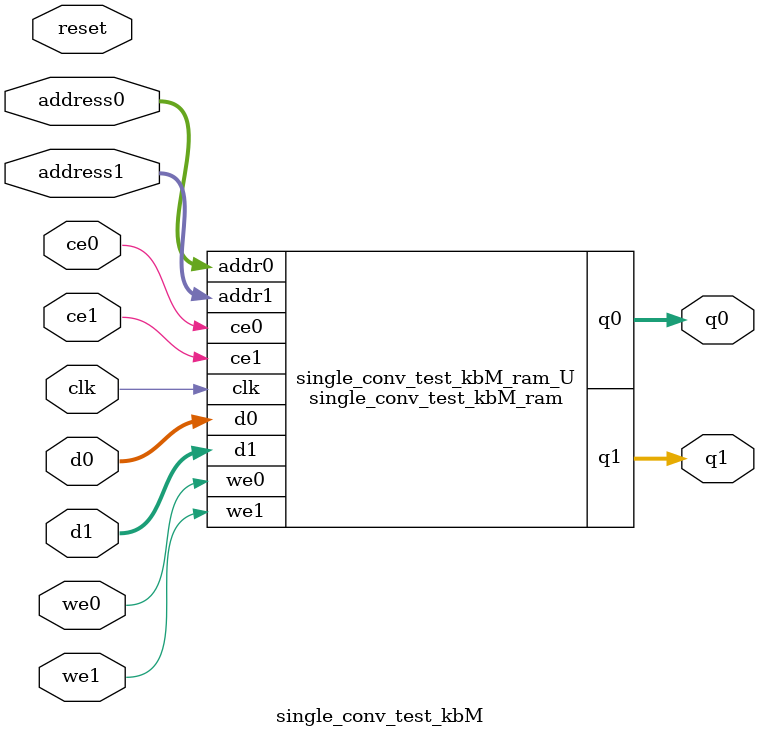
<source format=v>
`timescale 1 ns / 1 ps
module single_conv_test_kbM_ram (addr0, ce0, d0, we0, q0, addr1, ce1, d1, we1, q1,  clk);

parameter DWIDTH = 32;
parameter AWIDTH = 6;
parameter MEM_SIZE = 64;

input[AWIDTH-1:0] addr0;
input ce0;
input[DWIDTH-1:0] d0;
input we0;
output reg[DWIDTH-1:0] q0;
input[AWIDTH-1:0] addr1;
input ce1;
input[DWIDTH-1:0] d1;
input we1;
output reg[DWIDTH-1:0] q1;
input clk;

(* ram_style = "block" *)reg [DWIDTH-1:0] ram[0:MEM_SIZE-1];




always @(posedge clk)  
begin 
    if (ce0) 
    begin
        if (we0) 
        begin 
            ram[addr0] <= d0; 
        end 
        q0 <= ram[addr0];
    end
end


always @(posedge clk)  
begin 
    if (ce1) 
    begin
        if (we1) 
        begin 
            ram[addr1] <= d1; 
        end 
        q1 <= ram[addr1];
    end
end


endmodule

`timescale 1 ns / 1 ps
module single_conv_test_kbM(
    reset,
    clk,
    address0,
    ce0,
    we0,
    d0,
    q0,
    address1,
    ce1,
    we1,
    d1,
    q1);

parameter DataWidth = 32'd32;
parameter AddressRange = 32'd64;
parameter AddressWidth = 32'd6;
input reset;
input clk;
input[AddressWidth - 1:0] address0;
input ce0;
input we0;
input[DataWidth - 1:0] d0;
output[DataWidth - 1:0] q0;
input[AddressWidth - 1:0] address1;
input ce1;
input we1;
input[DataWidth - 1:0] d1;
output[DataWidth - 1:0] q1;



single_conv_test_kbM_ram single_conv_test_kbM_ram_U(
    .clk( clk ),
    .addr0( address0 ),
    .ce0( ce0 ),
    .we0( we0 ),
    .d0( d0 ),
    .q0( q0 ),
    .addr1( address1 ),
    .ce1( ce1 ),
    .we1( we1 ),
    .d1( d1 ),
    .q1( q1 ));

endmodule


</source>
